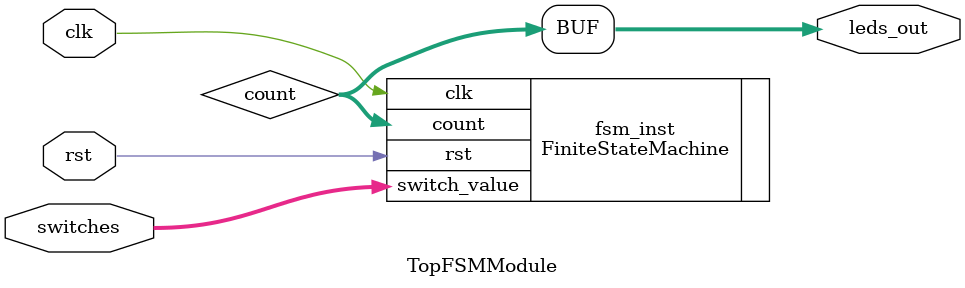
<source format=v>
`timescale 1ns / 1ps
module TopFSMModule(
    input  wire clk,
    input  wire rst,
    input  wire [15:0] switches,
    output wire [15:0] leds_out
);

    wire [15:0] count;

    FiniteStateMachine fsm_inst (
        .clk(clk),
        .rst(rst),
        .switch_value(switches),
        .count(count)
    );

    // LEDs reflect counter value
    assign leds_out = count;

endmodule

</source>
